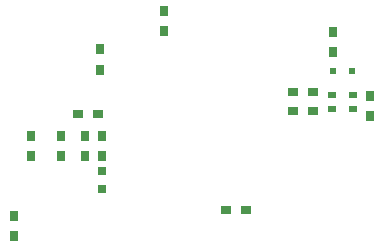
<source format=gbr>
%TF.GenerationSoftware,Novarm,DipTrace,3.3.0.1*%
%TF.CreationDate,2018-11-14T10:13:01-08:00*%
%FSLAX26Y26*%
%MOIN*%
%TF.FileFunction,Paste,Top*%
%TF.Part,Single*%
%ADD70R,0.027553X0.023616*%
%ADD72R,0.003931X0.049207*%
%ADD74R,0.049207X0.003931*%
%ADD82R,0.03149X0.029522*%
%ADD92R,0.023616X0.023616*%
%ADD94R,0.035427X0.03149*%
%ADD96R,0.03149X0.035427*%
G75*
G01*
%LPD*%
D96*
X1174616Y1524789D3*
Y1591718D3*
X1124949Y1237449D3*
Y1304378D3*
X1181200Y1237449D3*
Y1304378D3*
D94*
X1593700Y1056200D3*
X1660629D3*
X1099951Y1374949D3*
X1166880D3*
D92*
X1949949Y1518700D3*
X2012941D3*
D82*
X1181200Y1124949D3*
Y1187941D3*
D96*
X943700Y1237449D3*
Y1304378D3*
X1043700Y1237449D3*
Y1304378D3*
X1387451Y1718699D3*
Y1651770D3*
X887449Y1037449D3*
Y970520D3*
D94*
X1818701Y1449949D3*
X1885630D3*
X1818701Y1387451D3*
X1885630D3*
D96*
X2074949Y1368700D3*
Y1435629D3*
X1949949Y1649949D3*
Y1583020D3*
D74*
X1249949Y1499949D3*
Y1480264D3*
Y1460579D3*
Y1440894D3*
Y1421209D3*
Y1401524D3*
Y1381839D3*
Y1362154D3*
Y1342469D3*
Y1322784D3*
Y1303099D3*
Y1283414D3*
Y1263729D3*
Y1244044D3*
Y1224359D3*
Y1204674D3*
D72*
X1328690Y1125934D3*
X1348375D3*
X1368060D3*
X1387745D3*
X1407430D3*
X1427115D3*
X1446800D3*
X1466485D3*
X1486170D3*
X1505855D3*
X1525540D3*
X1545225D3*
X1564910D3*
X1584595D3*
X1604280D3*
X1623965D3*
D74*
X1702705Y1204674D3*
Y1224359D3*
Y1244044D3*
Y1263729D3*
Y1283414D3*
Y1303099D3*
Y1322784D3*
Y1342469D3*
Y1362154D3*
Y1381839D3*
Y1401524D3*
Y1421209D3*
Y1440894D3*
Y1460579D3*
Y1480264D3*
Y1499949D3*
D72*
X1623965Y1578690D3*
X1604280D3*
X1584595D3*
X1564910D3*
X1545225D3*
X1525540D3*
X1505855D3*
X1486170D3*
X1466485D3*
X1446800D3*
X1427115D3*
X1407430D3*
X1387745D3*
X1368060D3*
X1348375D3*
X1328690D3*
D70*
X2018700Y1393700D3*
Y1440944D3*
X1947834D3*
Y1393700D3*
M02*

</source>
